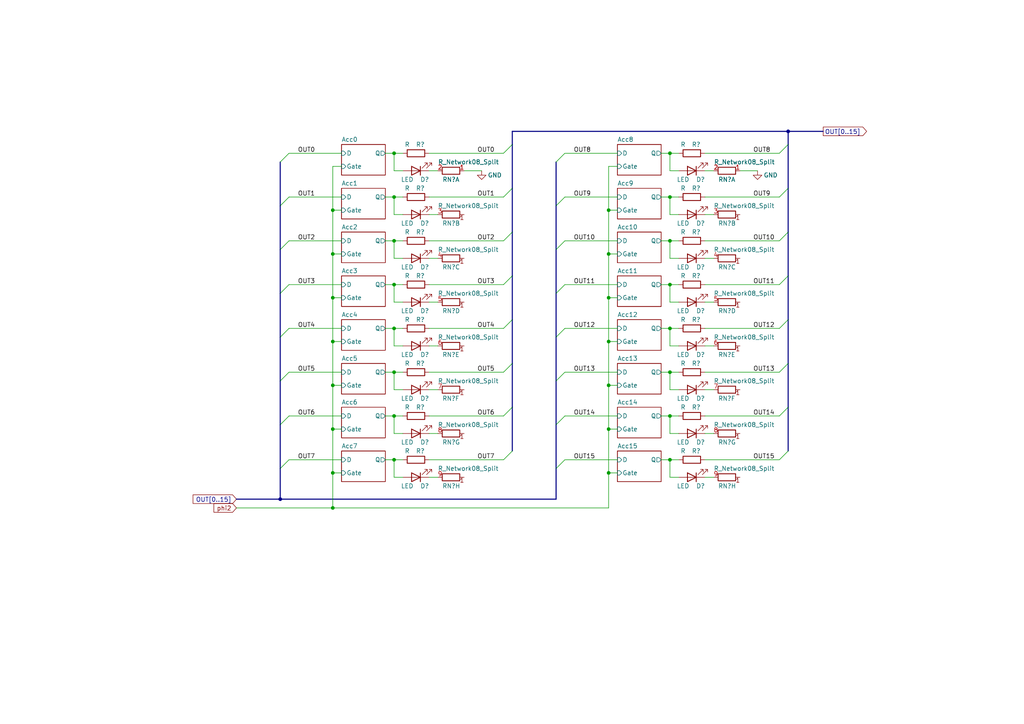
<source format=kicad_sch>
(kicad_sch (version 20211123) (generator eeschema)
  (paper "A4")
  (lib_symbols
    (symbol "Device:LED" (pin_numbers hide) (pin_names (offset 1.016) hide)
      (property "Reference" "D" (at 0 2.54 0))
      (property "Value" "LED" (at 0 -2.54 0))
      (symbol "LED_0_1"
        (polyline (pts (xy -1.27 -1.27) (xy -1.27 1.27)) (stroke (width 0.254)))
        (polyline (pts (xy -1.27 0) (xy 1.27 0)))
        (polyline (pts (xy 1.27 -1.27) (xy 1.27 1.27) (xy -1.27 0) (xy 1.27 -1.27)) (stroke (width 0.254)))
        (polyline (pts (xy -3.048 -0.762) (xy -4.572 -2.286) (xy -3.81 -2.286) (xy -4.572 -2.286) (xy -4.572 -1.524)))
        (polyline (pts (xy -1.778 -0.762) (xy -3.302 -2.286) (xy -2.54 -2.286) (xy -3.302 -2.286) (xy -3.302 -1.524)))
      )
      (symbol "LED_1_1"
        (pin passive line (at -3.81 0 0) (length 2.54) (name "K") (number "1"))
        (pin passive line (at 3.81 0 180) (length 2.54) (name "A") (number "2"))
      )
    )
    (symbol "Device:R" (pin_numbers hide) (pin_names (offset 0))
      (property "Reference" "R" (at 2.032 0 90))
      (property "Value" "R" (at 0 0 90))
      (symbol "R_0_1"
        (rectangle (start -1.016 -2.54) (end 1.016 2.54) (stroke (width 0.254)))
      )
      (symbol "R_1_1"
        (pin passive line (at 0 3.81 270) (length 1.27) (name "~") (number "1"))
        (pin passive line (at 0 -3.81 90) (length 1.27) (name "~") (number "2"))
      )
    )
    (symbol "Device:R_Network08_Split" (pin_names (offset 0) hide)
      (property "Reference" "RN" (at 2.032 0 90))
      (property "Value" "R_Network08_Split" (at 0 0 90))
      (symbol "R_Network08_Split_0_1"
        (rectangle (start 1.016 2.54) (end -1.016 -2.54) (stroke (width 0.254)))
      )
      (symbol "R_Network08_Split_1_1"
        (pin passive line (at 0 3.81 270) (length 1.27) (name "R1.1") (number "1"))
        (pin passive line (at 0 -3.81 90) (length 1.27) (name "R1.2") (number "2"))
      )
      (symbol "R_Network08_Split_2_1"
        (polyline (pts (xy 0 2.54) (xy 0 3.81)))
        (text "1" (at 0.889 3.175 900) (effects (font (size 1.27 1.27))))
        (pin passive line (at 0 -3.81 90) (length 1.27) (name "R2.2") (number "3"))
      )
      (symbol "R_Network08_Split_3_1"
        (polyline (pts (xy 0 2.54) (xy 0 3.81)))
        (text "1" (at 0.889 3.175 900) (effects (font (size 1.27 1.27))))
        (pin passive line (at 0 -3.81 90) (length 1.27) (name "R3.2") (number "4"))
      )
      (symbol "R_Network08_Split_4_1"
        (polyline (pts (xy 0 2.54) (xy 0 3.81)))
        (text "1" (at 0.889 3.175 900) (effects (font (size 1.27 1.27))))
        (pin passive line (at 0 -3.81 90) (length 1.27) (name "R4.2") (number "5"))
      )
      (symbol "R_Network08_Split_5_1"
        (polyline (pts (xy 0 2.54) (xy 0 3.81)))
        (text "1" (at 0.889 3.175 900) (effects (font (size 1.27 1.27))))
        (pin passive line (at 0 -3.81 90) (length 1.27) (name "R5.2") (number "6"))
      )
      (symbol "R_Network08_Split_6_1"
        (polyline (pts (xy 0 2.54) (xy 0 3.81)))
        (text "1" (at 0.889 3.175 900) (effects (font (size 1.27 1.27))))
        (pin passive line (at 0 -3.81 90) (length 1.27) (name "R6.2") (number "7"))
      )
      (symbol "R_Network08_Split_7_1"
        (polyline (pts (xy 0 2.54) (xy 0 3.81)))
        (text "1" (at 0.889 3.175 900) (effects (font (size 1.27 1.27))))
        (pin passive line (at 0 -3.81 90) (length 1.27) (name "R7.2") (number "8"))
      )
      (symbol "R_Network08_Split_8_1"
        (polyline (pts (xy 0 2.54) (xy 0 3.81)))
        (text "1" (at 0.889 3.175 900) (effects (font (size 1.27 1.27))))
        (pin passive line (at 0 -3.81 90) (length 1.27) (name "R8.2") (number "9"))
      )
    )
    (symbol "power:GND" (power) (pin_names (offset 0))
      (property "Value" "GND" (at 0 -3.81 0))
      (symbol "GND_0_1"
        (polyline (pts (xy 0 0) (xy 0 -1.27) (xy 1.27 -1.27) (xy 0 -2.54) (xy -1.27 -1.27) (xy 0 -1.27)))
      )
      (symbol "GND_1_1"
        (pin power_in line (at 0 0 270) (length 0) hide (name "GND") (number "1"))
      )
    )
  )
  (junction (at 194.31 44.45))
  (junction (at 176.53 124.46))
  (junction (at 96.52 99.06))
  (junction (at 176.53 73.66))
  (junction (at 114.3 44.45))
  (junction (at 114.3 107.95))
  (junction (at 194.31 69.85))
  (junction (at 194.31 120.65))
  (junction (at 194.31 95.25))
  (junction (at 114.3 95.25))
  (junction (at 176.53 60.96))
  (junction (at 96.52 86.36))
  (junction (at 114.3 133.35))
  (junction (at 81.28 144.78))
  (junction (at 194.31 133.35))
  (junction (at 96.52 147.32))
  (junction (at 114.3 69.85))
  (junction (at 194.31 107.95))
  (junction (at 96.52 73.66))
  (junction (at 176.53 99.06))
  (junction (at 96.52 111.76))
  (junction (at 96.52 137.16))
  (junction (at 228.6 38.1))
  (junction (at 176.53 111.76))
  (junction (at 176.53 137.16))
  (junction (at 194.31 57.15))
  (junction (at 194.31 82.55))
  (junction (at 176.53 86.36))
  (junction (at 114.3 120.65))
  (junction (at 96.52 60.96))
  (junction (at 114.3 82.55))
  (junction (at 96.52 124.46))
  (junction (at 114.3 57.15))
  (bus_entry (at 146.05 107.95) (size 2.54 -2.54))
  (bus_entry (at 161.29 110.49) (size 2.54 -2.54))
  (bus_entry (at 161.29 72.39) (size 2.54 -2.54))
  (bus_entry (at 226.06 69.85) (size 2.54 -2.54))
  (bus_entry (at 81.28 46.99) (size 2.54 -2.54))
  (bus_entry (at 226.06 133.35) (size 2.54 -2.54))
  (bus_entry (at 226.06 95.25) (size 2.54 -2.54))
  (bus_entry (at 226.06 44.45) (size 2.54 -2.54))
  (bus_entry (at 81.28 72.39) (size 2.54 -2.54))
  (bus_entry (at 146.05 95.25) (size 2.54 -2.54))
  (bus_entry (at 161.29 46.99) (size 2.54 -2.54))
  (bus_entry (at 146.05 44.45) (size 2.54 -2.54))
  (bus_entry (at 161.29 85.09) (size 2.54 -2.54))
  (bus_entry (at 81.28 110.49) (size 2.54 -2.54))
  (bus_entry (at 81.28 97.79) (size 2.54 -2.54))
  (bus_entry (at 161.29 135.89) (size 2.54 -2.54))
  (bus_entry (at 146.05 120.65) (size 2.54 -2.54))
  (bus_entry (at 81.28 135.89) (size 2.54 -2.54))
  (bus_entry (at 226.06 82.55) (size 2.54 -2.54))
  (bus_entry (at 226.06 57.15) (size 2.54 -2.54))
  (bus_entry (at 161.29 97.79) (size 2.54 -2.54))
  (bus_entry (at 146.05 69.85) (size 2.54 -2.54))
  (bus_entry (at 161.29 123.19) (size 2.54 -2.54))
  (bus_entry (at 146.05 82.55) (size 2.54 -2.54))
  (bus_entry (at 81.28 59.69) (size 2.54 -2.54))
  (bus_entry (at 161.29 59.69) (size 2.54 -2.54))
  (bus_entry (at 146.05 57.15) (size 2.54 -2.54))
  (bus_entry (at 146.05 133.35) (size 2.54 -2.54))
  (bus_entry (at 226.06 120.65) (size 2.54 -2.54))
  (bus_entry (at 81.28 85.09) (size 2.54 -2.54))
  (bus_entry (at 81.28 123.19) (size 2.54 -2.54))
  (bus_entry (at 226.06 107.95) (size 2.54 -2.54))
  (bus (pts (xy 81.28 85.09) (xy 81.28 97.79)))
  (wire (pts (xy 83.82 44.45) (xy 99.06 44.45)))
  (wire (pts (xy 191.77 82.55) (xy 194.31 82.55)))
  (wire (pts (xy 111.76 133.35) (xy 114.3 133.35)))
  (wire (pts (xy 114.3 138.43) (xy 116.84 138.43)))
  (wire (pts (xy 194.31 69.85) (xy 196.85 69.85)))
  (wire (pts (xy 207.01 125.73) (xy 204.47 125.73)))
  (wire (pts (xy 127 100.33) (xy 124.46 100.33)))
  (wire (pts (xy 194.31 107.95) (xy 194.31 113.03)))
  (wire (pts (xy 114.3 120.65) (xy 114.3 125.73)))
  (wire (pts (xy 194.31 82.55) (xy 196.85 82.55)))
  (wire (pts (xy 204.47 82.55) (xy 226.06 82.55)))
  (wire (pts (xy 139.7 49.53) (xy 134.62 49.53)))
  (wire (pts (xy 194.31 138.43) (xy 196.85 138.43)))
  (wire (pts (xy 176.53 99.06) (xy 176.53 111.76)))
  (wire (pts (xy 194.31 107.95) (xy 196.85 107.95)))
  (bus (pts (xy 148.59 118.11) (xy 148.59 105.41)))
  (wire (pts (xy 111.76 57.15) (xy 114.3 57.15)))
  (wire (pts (xy 114.3 57.15) (xy 114.3 62.23)))
  (wire (pts (xy 176.53 137.16) (xy 176.53 147.32)))
  (wire (pts (xy 194.31 44.45) (xy 196.85 44.45)))
  (wire (pts (xy 207.01 49.53) (xy 204.47 49.53)))
  (wire (pts (xy 124.46 133.35) (xy 146.05 133.35)))
  (wire (pts (xy 96.52 137.16) (xy 99.06 137.16)))
  (wire (pts (xy 191.77 44.45) (xy 194.31 44.45)))
  (wire (pts (xy 191.77 57.15) (xy 194.31 57.15)))
  (wire (pts (xy 176.53 99.06) (xy 179.07 99.06)))
  (wire (pts (xy 114.3 125.73) (xy 116.84 125.73)))
  (wire (pts (xy 124.46 120.65) (xy 146.05 120.65)))
  (wire (pts (xy 114.3 44.45) (xy 114.3 49.53)))
  (wire (pts (xy 124.46 82.55) (xy 146.05 82.55)))
  (wire (pts (xy 163.83 57.15) (xy 179.07 57.15)))
  (wire (pts (xy 207.01 113.03) (xy 204.47 113.03)))
  (bus (pts (xy 228.6 105.41) (xy 228.6 118.11)))
  (bus (pts (xy 148.59 41.91) (xy 148.59 38.1)))
  (bus (pts (xy 81.28 97.79) (xy 81.28 110.49)))
  (bus (pts (xy 148.59 130.81) (xy 148.59 118.11)))
  (wire (pts (xy 207.01 74.93) (xy 204.47 74.93)))
  (wire (pts (xy 194.31 133.35) (xy 194.31 138.43)))
  (wire (pts (xy 194.31 57.15) (xy 196.85 57.15)))
  (wire (pts (xy 163.83 44.45) (xy 179.07 44.45)))
  (wire (pts (xy 114.3 49.53) (xy 116.84 49.53)))
  (bus (pts (xy 81.28 110.49) (xy 81.28 123.19)))
  (bus (pts (xy 228.6 67.31) (xy 228.6 80.01)))
  (bus (pts (xy 68.58 144.78) (xy 81.28 144.78)))
  (bus (pts (xy 81.28 135.89) (xy 81.28 144.78)))
  (wire (pts (xy 96.52 111.76) (xy 96.52 124.46)))
  (wire (pts (xy 96.52 73.66) (xy 96.52 86.36)))
  (wire (pts (xy 124.46 57.15) (xy 146.05 57.15)))
  (wire (pts (xy 96.52 86.36) (xy 96.52 99.06)))
  (wire (pts (xy 204.47 107.95) (xy 226.06 107.95)))
  (wire (pts (xy 204.47 69.85) (xy 226.06 69.85)))
  (wire (pts (xy 111.76 44.45) (xy 114.3 44.45)))
  (bus (pts (xy 81.28 59.69) (xy 81.28 72.39)))
  (wire (pts (xy 194.31 120.65) (xy 194.31 125.73)))
  (wire (pts (xy 194.31 82.55) (xy 194.31 87.63)))
  (bus (pts (xy 161.29 97.79) (xy 161.29 110.49)))
  (bus (pts (xy 228.6 54.61) (xy 228.6 67.31)))
  (wire (pts (xy 194.31 120.65) (xy 196.85 120.65)))
  (wire (pts (xy 127 49.53) (xy 124.46 49.53)))
  (wire (pts (xy 96.52 60.96) (xy 96.52 73.66)))
  (wire (pts (xy 124.46 69.85) (xy 146.05 69.85)))
  (wire (pts (xy 191.77 107.95) (xy 194.31 107.95)))
  (wire (pts (xy 194.31 100.33) (xy 196.85 100.33)))
  (wire (pts (xy 114.3 57.15) (xy 116.84 57.15)))
  (wire (pts (xy 207.01 138.43) (xy 204.47 138.43)))
  (wire (pts (xy 96.52 147.32) (xy 96.52 137.16)))
  (bus (pts (xy 81.28 72.39) (xy 81.28 85.09)))
  (wire (pts (xy 114.3 87.63) (xy 116.84 87.63)))
  (wire (pts (xy 111.76 69.85) (xy 114.3 69.85)))
  (wire (pts (xy 124.46 44.45) (xy 146.05 44.45)))
  (wire (pts (xy 96.52 99.06) (xy 99.06 99.06)))
  (wire (pts (xy 111.76 82.55) (xy 114.3 82.55)))
  (bus (pts (xy 228.6 38.1) (xy 238.76 38.1)))
  (wire (pts (xy 179.07 48.26) (xy 176.53 48.26)))
  (wire (pts (xy 207.01 62.23) (xy 204.47 62.23)))
  (bus (pts (xy 148.59 92.71) (xy 148.59 80.01)))
  (wire (pts (xy 114.3 113.03) (xy 116.84 113.03)))
  (wire (pts (xy 114.3 107.95) (xy 114.3 113.03)))
  (wire (pts (xy 114.3 69.85) (xy 116.84 69.85)))
  (wire (pts (xy 114.3 120.65) (xy 116.84 120.65)))
  (wire (pts (xy 204.47 120.65) (xy 226.06 120.65)))
  (wire (pts (xy 176.53 73.66) (xy 176.53 86.36)))
  (wire (pts (xy 83.82 120.65) (xy 99.06 120.65)))
  (wire (pts (xy 163.83 69.85) (xy 179.07 69.85)))
  (wire (pts (xy 96.52 60.96) (xy 99.06 60.96)))
  (wire (pts (xy 194.31 69.85) (xy 194.31 74.93)))
  (wire (pts (xy 96.52 124.46) (xy 96.52 137.16)))
  (wire (pts (xy 176.53 73.66) (xy 179.07 73.66)))
  (bus (pts (xy 228.6 92.71) (xy 228.6 105.41)))
  (wire (pts (xy 163.83 133.35) (xy 179.07 133.35)))
  (wire (pts (xy 176.53 111.76) (xy 179.07 111.76)))
  (wire (pts (xy 204.47 57.15) (xy 226.06 57.15)))
  (wire (pts (xy 111.76 107.95) (xy 114.3 107.95)))
  (bus (pts (xy 148.59 54.61) (xy 148.59 41.91)))
  (bus (pts (xy 228.6 80.01) (xy 228.6 92.71)))
  (wire (pts (xy 68.58 147.32) (xy 96.52 147.32)))
  (wire (pts (xy 127 125.73) (xy 124.46 125.73)))
  (wire (pts (xy 96.52 111.76) (xy 99.06 111.76)))
  (bus (pts (xy 228.6 41.91) (xy 228.6 54.61)))
  (wire (pts (xy 127 62.23) (xy 124.46 62.23)))
  (bus (pts (xy 228.6 38.1) (xy 228.6 41.91)))
  (wire (pts (xy 114.3 95.25) (xy 116.84 95.25)))
  (wire (pts (xy 194.31 133.35) (xy 196.85 133.35)))
  (wire (pts (xy 194.31 74.93) (xy 196.85 74.93)))
  (wire (pts (xy 194.31 44.45) (xy 194.31 49.53)))
  (bus (pts (xy 148.59 105.41) (xy 148.59 92.71)))
  (wire (pts (xy 176.53 86.36) (xy 176.53 99.06)))
  (wire (pts (xy 99.06 48.26) (xy 96.52 48.26)))
  (wire (pts (xy 194.31 57.15) (xy 194.31 62.23)))
  (bus (pts (xy 161.29 72.39) (xy 161.29 85.09)))
  (wire (pts (xy 176.53 86.36) (xy 179.07 86.36)))
  (wire (pts (xy 83.82 95.25) (xy 99.06 95.25)))
  (wire (pts (xy 194.31 95.25) (xy 194.31 100.33)))
  (wire (pts (xy 163.83 120.65) (xy 179.07 120.65)))
  (wire (pts (xy 191.77 69.85) (xy 194.31 69.85)))
  (bus (pts (xy 148.59 67.31) (xy 148.59 54.61)))
  (wire (pts (xy 114.3 95.25) (xy 114.3 100.33)))
  (bus (pts (xy 81.28 123.19) (xy 81.28 135.89)))
  (wire (pts (xy 194.31 95.25) (xy 196.85 95.25)))
  (wire (pts (xy 194.31 113.03) (xy 196.85 113.03)))
  (wire (pts (xy 83.82 133.35) (xy 99.06 133.35)))
  (wire (pts (xy 124.46 107.95) (xy 146.05 107.95)))
  (wire (pts (xy 111.76 95.25) (xy 114.3 95.25)))
  (bus (pts (xy 161.29 123.19) (xy 161.29 135.89)))
  (bus (pts (xy 228.6 118.11) (xy 228.6 130.81)))
  (wire (pts (xy 204.47 44.45) (xy 226.06 44.45)))
  (wire (pts (xy 194.31 62.23) (xy 196.85 62.23)))
  (wire (pts (xy 176.53 60.96) (xy 179.07 60.96)))
  (wire (pts (xy 163.83 82.55) (xy 179.07 82.55)))
  (wire (pts (xy 114.3 44.45) (xy 116.84 44.45)))
  (wire (pts (xy 207.01 87.63) (xy 204.47 87.63)))
  (wire (pts (xy 114.3 74.93) (xy 116.84 74.93)))
  (wire (pts (xy 83.82 82.55) (xy 99.06 82.55)))
  (wire (pts (xy 83.82 57.15) (xy 99.06 57.15)))
  (wire (pts (xy 96.52 73.66) (xy 99.06 73.66)))
  (wire (pts (xy 194.31 125.73) (xy 196.85 125.73)))
  (wire (pts (xy 194.31 49.53) (xy 196.85 49.53)))
  (wire (pts (xy 127 87.63) (xy 124.46 87.63)))
  (wire (pts (xy 163.83 107.95) (xy 179.07 107.95)))
  (wire (pts (xy 111.76 120.65) (xy 114.3 120.65)))
  (wire (pts (xy 83.82 107.95) (xy 99.06 107.95)))
  (bus (pts (xy 81.28 46.99) (xy 81.28 59.69)))
  (bus (pts (xy 161.29 46.99) (xy 161.29 59.69)))
  (bus (pts (xy 161.29 85.09) (xy 161.29 97.79)))
  (wire (pts (xy 114.3 100.33) (xy 116.84 100.33)))
  (wire (pts (xy 114.3 107.95) (xy 116.84 107.95)))
  (wire (pts (xy 114.3 82.55) (xy 116.84 82.55)))
  (wire (pts (xy 176.53 137.16) (xy 179.07 137.16)))
  (wire (pts (xy 96.52 48.26) (xy 96.52 60.96)))
  (wire (pts (xy 176.53 60.96) (xy 176.53 73.66)))
  (wire (pts (xy 191.77 133.35) (xy 194.31 133.35)))
  (bus (pts (xy 81.28 144.78) (xy 161.29 144.78)))
  (wire (pts (xy 176.53 48.26) (xy 176.53 60.96)))
  (wire (pts (xy 127 74.93) (xy 124.46 74.93)))
  (wire (pts (xy 204.47 133.35) (xy 226.06 133.35)))
  (bus (pts (xy 148.59 80.01) (xy 148.59 67.31)))
  (wire (pts (xy 204.47 95.25) (xy 226.06 95.25)))
  (wire (pts (xy 127 138.43) (xy 124.46 138.43)))
  (bus (pts (xy 161.29 110.49) (xy 161.29 123.19)))
  (wire (pts (xy 127 113.03) (xy 124.46 113.03)))
  (wire (pts (xy 96.52 124.46) (xy 99.06 124.46)))
  (wire (pts (xy 191.77 95.25) (xy 194.31 95.25)))
  (wire (pts (xy 191.77 120.65) (xy 194.31 120.65)))
  (bus (pts (xy 161.29 59.69) (xy 161.29 72.39)))
  (bus (pts (xy 161.29 135.89) (xy 161.29 144.78)))
  (wire (pts (xy 114.3 82.55) (xy 114.3 87.63)))
  (wire (pts (xy 176.53 147.32) (xy 96.52 147.32)))
  (wire (pts (xy 114.3 133.35) (xy 114.3 138.43)))
  (wire (pts (xy 96.52 86.36) (xy 99.06 86.36)))
  (wire (pts (xy 194.31 87.63) (xy 196.85 87.63)))
  (wire (pts (xy 176.53 124.46) (xy 176.53 137.16)))
  (wire (pts (xy 219.71 49.53) (xy 214.63 49.53)))
  (wire (pts (xy 83.82 69.85) (xy 99.06 69.85)))
  (wire (pts (xy 124.46 95.25) (xy 146.05 95.25)))
  (wire (pts (xy 163.83 95.25) (xy 179.07 95.25)))
  (wire (pts (xy 114.3 62.23) (xy 116.84 62.23)))
  (wire (pts (xy 207.01 100.33) (xy 204.47 100.33)))
  (wire (pts (xy 114.3 133.35) (xy 116.84 133.35)))
  (wire (pts (xy 114.3 69.85) (xy 114.3 74.93)))
  (bus (pts (xy 148.59 38.1) (xy 228.6 38.1)))
  (wire (pts (xy 176.53 124.46) (xy 179.07 124.46)))
  (wire (pts (xy 176.53 111.76) (xy 176.53 124.46)))
  (wire (pts (xy 96.52 99.06) (xy 96.52 111.76)))
  (label "OUT10" (at 166.37 69.85 0))
  (label "OUT9" (at 218.44 57.15 0))
  (label "OUT12" (at 218.44 95.25 0))
  (label "OUT14" (at 166.37 120.65 0))
  (label "OUT3" (at 86.36 82.55 0))
  (label "OUT7" (at 138.43 133.35 0))
  (label "OUT13" (at 218.44 107.95 0))
  (label "OUT4" (at 86.36 95.25 0))
  (label "OUT6" (at 138.43 120.65 0))
  (label "OUT3" (at 138.43 82.55 0))
  (label "OUT1" (at 86.36 57.15 0))
  (label "OUT5" (at 86.36 107.95 0))
  (label "OUT11" (at 218.44 82.55 0))
  (label "OUT8" (at 218.44 44.45 0))
  (label "OUT11" (at 166.37 82.55 0))
  (label "OUT15" (at 166.37 133.35 0))
  (label "OUT6" (at 86.36 120.65 0))
  (label "OUT2" (at 86.36 69.85 0))
  (label "OUT10" (at 218.44 69.85 0))
  (label "OUT9" (at 166.37 57.15 0))
  (label "OUT15" (at 218.44 133.35 0))
  (label "OUT12" (at 166.37 95.25 0))
  (label "OUT14" (at 218.44 120.65 0))
  (label "OUT0" (at 86.36 44.45 0))
  (label "OUT13" (at 166.37 107.95 0))
  (label "OUT5" (at 138.43 107.95 0))
  (label "OUT0" (at 138.43 44.45 0))
  (label "OUT8" (at 166.37 44.45 0))
  (label "OUT7" (at 86.36 133.35 0))
  (label "OUT1" (at 138.43 57.15 0))
  (label "OUT4" (at 138.43 95.25 0))
  (label "OUT2" (at 138.43 69.85 0))
  (global_label "OUT[0..15]" (shape input) (at 68.58 144.78 180) (property "Intersheet References" "${INTERSHEET_REFS}" (effects hide)))
  (global_label "phi2" (shape input) (at 68.58 147.32 180) (property "Intersheet References" "${INTERSHEET_REFS}" (effects hide)))
  (global_label "OUT[0..15]" (shape output) (at 238.76 38.1 0) (property "Intersheet References" "${INTERSHEET_REFS}" (effects hide)))
  (symbol (lib_id "Device:LED") (at 120.65 74.93 180) (unit 1)
    (property "Reference" "D?" (at 123.19 77.47 0))
    (property "Value" "LED" (at 118.11 77.47 0))
  )
  (symbol (lib_id "Device:R") (at 200.66 95.25 90) (unit 1)
    (property "Reference" "R?" (at 201.93 92.71 90))
    (property "Value" "R" (at 198.12 92.71 90))
  )
  (symbol (lib_id "Device:R_Network08_Split") (at 130.81 125.73 270) (unit 7)
    (property "Reference" "RN?" (at 128.27 128.27 90) (effects (justify left)))
    (property "Value" "R_Network08_Split" (at 127 123.19 90) (effects (justify left)))
    (property "Footprint" "Resistor_THT:R_Array_SIP9" (effects hide))
    (property "Datasheet" "http://www.vishay.com/docs/31509/csc.pdf" (effects hide))
  )
  (symbol (lib_id "Device:LED") (at 120.65 62.23 180) (unit 1)
    (property "Reference" "D?" (at 123.19 64.77 0))
    (property "Value" "LED" (at 118.11 64.77 0))
  )
  (symbol (lib_id "Device:LED") (at 200.66 74.93 180) (unit 1)
    (property "Reference" "D?" (at 203.2 77.47 0))
    (property "Value" "LED" (at 198.12 77.47 0))
  )
  (symbol (lib_id "Device:R") (at 120.65 133.35 90) (unit 1)
    (property "Reference" "R?" (at 121.92 130.81 90))
    (property "Value" "R" (at 118.11 130.81 90))
  )
  (symbol (lib_id "Device:R_Network08_Split") (at 130.81 49.53 270) (unit 1)
    (property "Reference" "RN?" (at 130.81 52.07 90))
    (property "Value" "R_Network08_Split" (at 135.89 46.99 90))
    (property "Footprint" "Resistor_THT:R_Array_SIP9" (effects hide))
    (property "Datasheet" "http://www.vishay.com/docs/31509/csc.pdf" (effects hide))
  )
  (symbol (lib_id "Device:R") (at 120.65 82.55 90) (unit 1)
    (property "Reference" "R?" (at 121.92 80.01 90))
    (property "Value" "R" (at 118.11 80.01 90))
  )
  (symbol (lib_id "Device:R_Network08_Split") (at 210.82 49.53 270) (unit 1)
    (property "Reference" "RN?" (at 210.82 52.07 90))
    (property "Value" "R_Network08_Split" (at 215.9 46.99 90))
    (property "Footprint" "Resistor_THT:R_Array_SIP9" (effects hide))
    (property "Datasheet" "http://www.vishay.com/docs/31509/csc.pdf" (effects hide))
  )
  (symbol (lib_id "Device:LED") (at 200.66 87.63 180) (unit 1)
    (property "Reference" "D?" (at 203.2 90.17 0))
    (property "Value" "LED" (at 198.12 90.17 0))
  )
  (symbol (lib_id "power:GND") (at 139.7 49.53 0) (unit 1)
    (property "Reference" "#PWR?" (effects hide))
    (property "Value" "GND" (at 143.51 50.8 0))
  )
  (symbol (lib_id "Device:R") (at 120.65 57.15 90) (unit 1)
    (property "Reference" "R?" (at 121.92 54.61 90))
    (property "Value" "R" (at 118.11 54.61 90))
  )
  (symbol (lib_id "Device:LED") (at 200.66 62.23 180) (unit 1)
    (property "Reference" "D?" (at 203.2 64.77 0))
    (property "Value" "LED" (at 198.12 64.77 0))
  )
  (symbol (lib_id "Device:R") (at 120.65 69.85 90) (unit 1)
    (property "Reference" "R?" (at 121.92 67.31 90))
    (property "Value" "R" (at 118.11 67.31 90))
  )
  (symbol (lib_id "Device:R") (at 120.65 44.45 90) (unit 1)
    (property "Reference" "R?" (at 121.92 41.91 90))
    (property "Value" "R" (at 118.11 41.91 90))
  )
  (symbol (lib_id "Device:LED") (at 120.65 100.33 180) (unit 1)
    (property "Reference" "D?" (at 123.19 102.87 0))
    (property "Value" "LED" (at 118.11 102.87 0))
  )
  (symbol (lib_id "Device:LED") (at 120.65 49.53 180) (unit 1)
    (property "Reference" "D?" (at 123.19 52.07 0))
    (property "Value" "LED" (at 118.11 52.07 0))
  )
  (symbol (lib_id "Device:R") (at 200.66 82.55 90) (unit 1)
    (property "Reference" "R?" (at 201.93 80.01 90))
    (property "Value" "R" (at 198.12 80.01 90))
  )
  (symbol (lib_id "Device:R_Network08_Split") (at 210.82 62.23 270) (unit 2)
    (property "Reference" "RN?" (at 208.28 64.77 90) (effects (justify left)))
    (property "Value" "R_Network08_Split" (at 207.01 59.69 90) (effects (justify left)))
    (property "Footprint" "Resistor_THT:R_Array_SIP9" (effects hide))
    (property "Datasheet" "http://www.vishay.com/docs/31509/csc.pdf" (effects hide))
  )
  (symbol (lib_id "Device:LED") (at 120.65 113.03 180) (unit 1)
    (property "Reference" "D?" (at 123.19 115.57 0))
    (property "Value" "LED" (at 118.11 115.57 0))
  )
  (symbol (lib_id "Device:R") (at 200.66 120.65 90) (unit 1)
    (property "Reference" "R?" (at 201.93 118.11 90))
    (property "Value" "R" (at 198.12 118.11 90))
  )
  (symbol (lib_id "Device:R_Network08_Split") (at 130.81 138.43 270) (unit 8)
    (property "Reference" "RN?" (at 128.27 140.97 90) (effects (justify left)))
    (property "Value" "R_Network08_Split" (at 127 135.89 90) (effects (justify left)))
    (property "Footprint" "Resistor_THT:R_Array_SIP9" (effects hide))
    (property "Datasheet" "http://www.vishay.com/docs/31509/csc.pdf" (effects hide))
  )
  (symbol (lib_id "Device:R_Network08_Split") (at 210.82 87.63 270) (unit 4)
    (property "Reference" "RN?" (at 208.28 90.17 90) (effects (justify left)))
    (property "Value" "R_Network08_Split" (at 207.01 85.09 90) (effects (justify left)))
    (property "Footprint" "Resistor_THT:R_Array_SIP9" (effects hide))
    (property "Datasheet" "http://www.vishay.com/docs/31509/csc.pdf" (effects hide))
  )
  (symbol (lib_id "Device:R_Network08_Split") (at 130.81 100.33 270) (unit 5)
    (property "Reference" "RN?" (at 128.27 102.87 90) (effects (justify left)))
    (property "Value" "R_Network08_Split" (at 127 97.79 90) (effects (justify left)))
    (property "Footprint" "Resistor_THT:R_Array_SIP9" (effects hide))
    (property "Datasheet" "http://www.vishay.com/docs/31509/csc.pdf" (effects hide))
  )
  (symbol (lib_id "Device:LED") (at 200.66 100.33 180) (unit 1)
    (property "Reference" "D?" (at 203.2 102.87 0))
    (property "Value" "LED" (at 198.12 102.87 0))
  )
  (symbol (lib_id "Device:R") (at 200.66 107.95 90) (unit 1)
    (property "Reference" "R?" (at 201.93 105.41 90))
    (property "Value" "R" (at 198.12 105.41 90))
  )
  (symbol (lib_id "Device:R_Network08_Split") (at 130.81 87.63 270) (unit 4)
    (property "Reference" "RN?" (at 128.27 90.17 90) (effects (justify left)))
    (property "Value" "R_Network08_Split" (at 127 85.09 90) (effects (justify left)))
    (property "Footprint" "Resistor_THT:R_Array_SIP9" (effects hide))
    (property "Datasheet" "http://www.vishay.com/docs/31509/csc.pdf" (effects hide))
  )
  (symbol (lib_id "Device:R") (at 200.66 57.15 90) (unit 1)
    (property "Reference" "R?" (at 201.93 54.61 90))
    (property "Value" "R" (at 198.12 54.61 90))
  )
  (symbol (lib_id "Device:LED") (at 120.65 125.73 180) (unit 1)
    (property "Reference" "D?" (at 123.19 128.27 0))
    (property "Value" "LED" (at 118.11 128.27 0))
  )
  (symbol (lib_id "Device:LED") (at 120.65 87.63 180) (unit 1)
    (property "Reference" "D?" (at 123.19 90.17 0))
    (property "Value" "LED" (at 118.11 90.17 0))
  )
  (symbol (lib_id "Device:R_Network08_Split") (at 210.82 138.43 270) (unit 8)
    (property "Reference" "RN?" (at 208.28 140.97 90) (effects (justify left)))
    (property "Value" "R_Network08_Split" (at 207.01 135.89 90) (effects (justify left)))
    (property "Footprint" "Resistor_THT:R_Array_SIP9" (effects hide))
    (property "Datasheet" "http://www.vishay.com/docs/31509/csc.pdf" (effects hide))
  )
  (symbol (lib_id "Device:LED") (at 200.66 125.73 180) (unit 1)
    (property "Reference" "D?" (at 203.2 128.27 0))
    (property "Value" "LED" (at 198.12 128.27 0))
  )
  (symbol (lib_id "Device:LED") (at 200.66 113.03 180) (unit 1)
    (property "Reference" "D?" (at 203.2 115.57 0))
    (property "Value" "LED" (at 198.12 115.57 0))
  )
  (symbol (lib_id "Device:R_Network08_Split") (at 130.81 113.03 270) (unit 6)
    (property "Reference" "RN?" (at 128.27 115.57 90) (effects (justify left)))
    (property "Value" "R_Network08_Split" (at 127 110.49 90) (effects (justify left)))
    (property "Footprint" "Resistor_THT:R_Array_SIP9" (effects hide))
    (property "Datasheet" "http://www.vishay.com/docs/31509/csc.pdf" (effects hide))
  )
  (symbol (lib_id "Device:LED") (at 200.66 138.43 180) (unit 1)
    (property "Reference" "D?" (at 203.2 140.97 0))
    (property "Value" "LED" (at 198.12 140.97 0))
  )
  (symbol (lib_id "Device:R_Network08_Split") (at 210.82 100.33 270) (unit 5)
    (property "Reference" "RN?" (at 208.28 102.87 90) (effects (justify left)))
    (property "Value" "R_Network08_Split" (at 207.01 97.79 90) (effects (justify left)))
    (property "Footprint" "Resistor_THT:R_Array_SIP9" (effects hide))
    (property "Datasheet" "http://www.vishay.com/docs/31509/csc.pdf" (effects hide))
  )
  (symbol (lib_id "power:GND") (at 219.71 49.53 0) (unit 1)
    (property "Reference" "#PWR?" (effects hide))
    (property "Value" "GND" (at 223.52 50.8 0))
  )
  (symbol (lib_id "Device:R") (at 200.66 133.35 90) (unit 1)
    (property "Reference" "R?" (at 201.93 130.81 90))
    (property "Value" "R" (at 198.12 130.81 90))
  )
  (symbol (lib_id "Device:R") (at 120.65 107.95 90) (unit 1)
    (property "Reference" "R?" (at 121.92 105.41 90))
    (property "Value" "R" (at 118.11 105.41 90))
  )
  (symbol (lib_id "Device:R_Network08_Split") (at 210.82 113.03 270) (unit 6)
    (property "Reference" "RN?" (at 208.28 115.57 90) (effects (justify left)))
    (property "Value" "R_Network08_Split" (at 207.01 110.49 90) (effects (justify left)))
    (property "Footprint" "Resistor_THT:R_Array_SIP9" (effects hide))
    (property "Datasheet" "http://www.vishay.com/docs/31509/csc.pdf" (effects hide))
  )
  (symbol (lib_id "Device:R_Network08_Split") (at 210.82 125.73 270) (unit 7)
    (property "Reference" "RN?" (at 208.28 128.27 90) (effects (justify left)))
    (property "Value" "R_Network08_Split" (at 207.01 123.19 90) (effects (justify left)))
    (property "Footprint" "Resistor_THT:R_Array_SIP9" (effects hide))
    (property "Datasheet" "http://www.vishay.com/docs/31509/csc.pdf" (effects hide))
  )
  (symbol (lib_id "Device:LED") (at 200.66 49.53 180) (unit 1)
    (property "Reference" "D?" (at 203.2 52.07 0))
    (property "Value" "LED" (at 198.12 52.07 0))
  )
  (symbol (lib_id "Device:LED") (at 120.65 138.43 180) (unit 1)
    (property "Reference" "D?" (at 123.19 140.97 0))
    (property "Value" "LED" (at 118.11 140.97 0))
  )
  (symbol (lib_id "Device:R") (at 120.65 120.65 90) (unit 1)
    (property "Reference" "R?" (at 121.92 118.11 90))
    (property "Value" "R" (at 118.11 118.11 90))
  )
  (symbol (lib_id "Device:R") (at 200.66 69.85 90) (unit 1)
    (property "Reference" "R?" (at 201.93 67.31 90))
    (property "Value" "R" (at 198.12 67.31 90))
  )
  (symbol (lib_id "Device:R_Network08_Split") (at 130.81 62.23 270) (unit 2)
    (property "Reference" "RN?" (at 128.27 64.77 90) (effects (justify left)))
    (property "Value" "R_Network08_Split" (at 127 59.69 90) (effects (justify left)))
    (property "Footprint" "Resistor_THT:R_Array_SIP9" (effects hide))
    (property "Datasheet" "http://www.vishay.com/docs/31509/csc.pdf" (effects hide))
  )
  (symbol (lib_id "Device:R") (at 200.66 44.45 90) (unit 1)
    (property "Reference" "R?" (at 201.93 41.91 90))
    (property "Value" "R" (at 198.12 41.91 90))
  )
  (symbol (lib_id "Device:R_Network08_Split") (at 130.81 74.93 270) (unit 3)
    (property "Reference" "RN?" (at 128.27 77.47 90) (effects (justify left)))
    (property "Value" "R_Network08_Split" (at 127 72.39 90) (effects (justify left)))
    (property "Footprint" "Resistor_THT:R_Array_SIP9" (effects hide))
    (property "Datasheet" "http://www.vishay.com/docs/31509/csc.pdf" (effects hide))
  )
  (symbol (lib_id "Device:R") (at 120.65 95.25 90) (unit 1)
    (property "Reference" "R?" (at 121.92 92.71 90))
    (property "Value" "R" (at 118.11 92.71 90))
  )
  (symbol (lib_id "Device:R_Network08_Split") (at 210.82 74.93 270) (unit 3)
    (property "Reference" "RN?" (at 208.28 77.47 90) (effects (justify left)))
    (property "Value" "R_Network08_Split" (at 207.01 72.39 90) (effects (justify left)))
    (property "Footprint" "Resistor_THT:R_Array_SIP9" (effects hide))
    (property "Datasheet" "http://www.vishay.com/docs/31509/csc.pdf" (effects hide))
  )
  (sheet (at 99.06 105.41) (size 12.7 8.89) (stroke (width 0.1524))
    (property "Sheet name" "Acc5" (at 99.06 104.6984 0) (effects (justify left bottom)))
    (property "Sheet file" "Reg.kicad_sch" (effects hide))
    (pin "Gate" input (at 99.06 111.76 180))
    (pin "Q" output (at 111.76 107.95 0))
    (pin "D" input (at 99.06 107.95 180))
  )
  (sheet (at 99.06 92.71) (size 12.7 8.89) (stroke (width 0.1524))
    (property "Sheet name" "Acc4" (at 99.06 91.9984 0) (effects (justify left bottom)))
    (property "Sheet file" "Reg.kicad_sch" (effects hide))
    (pin "Gate" input (at 99.06 99.06 180))
    (pin "Q" output (at 111.76 95.25 0))
    (pin "D" input (at 99.06 95.25 180))
  )
  (sheet (at 179.07 105.41) (size 12.7 8.89) (stroke (width 0.1524))
    (property "Sheet name" "Acc13" (at 179.07 104.6984 0) (effects (justify left bottom)))
    (property "Sheet file" "Reg.kicad_sch" (effects hide))
    (pin "Gate" input (at 179.07 111.76 180))
    (pin "Q" output (at 191.77 107.95 0))
    (pin "D" input (at 179.07 107.95 180))
  )
  (sheet (at 179.07 92.71) (size 12.7 8.89) (stroke (width 0.1524))
    (property "Sheet name" "Acc12" (at 179.07 91.9984 0) (effects (justify left bottom)))
    (property "Sheet file" "Reg.kicad_sch" (effects hide))
    (pin "Gate" input (at 179.07 99.06 180))
    (pin "Q" output (at 191.77 95.25 0))
    (pin "D" input (at 179.07 95.25 180))
  )
  (sheet (at 99.06 67.31) (size 12.7 8.89) (stroke (width 0.1524))
    (property "Sheet name" "Acc2" (at 99.06 66.5984 0) (effects (justify left bottom)))
    (property "Sheet file" "Reg.kicad_sch" (effects hide))
    (pin "Gate" input (at 99.06 73.66 180))
    (pin "Q" output (at 111.76 69.85 0))
    (pin "D" input (at 99.06 69.85 180))
  )
  (sheet (at 99.06 80.01) (size 12.7 8.89) (stroke (width 0.1524))
    (property "Sheet name" "Acc3" (at 99.06 79.2984 0) (effects (justify left bottom)))
    (property "Sheet file" "Reg.kicad_sch" (effects hide))
    (pin "Gate" input (at 99.06 86.36 180))
    (pin "Q" output (at 111.76 82.55 0))
    (pin "D" input (at 99.06 82.55 180))
  )
  (sheet (at 179.07 118.11) (size 12.7 8.89) (stroke (width 0.1524))
    (property "Sheet name" "Acc14" (at 179.07 117.3984 0) (effects (justify left bottom)))
    (property "Sheet file" "Reg.kicad_sch" (effects hide))
    (pin "Gate" input (at 179.07 124.46 180))
    (pin "Q" output (at 191.77 120.65 0))
    (pin "D" input (at 179.07 120.65 180))
  )
  (sheet (at 179.07 54.61) (size 12.7 8.89) (stroke (width 0.1524))
    (property "Sheet name" "Acc9" (at 179.07 53.8984 0) (effects (justify left bottom)))
    (property "Sheet file" "Reg.kicad_sch" (effects hide))
    (pin "Gate" input (at 179.07 60.96 180))
    (pin "Q" output (at 191.77 57.15 0))
    (pin "D" input (at 179.07 57.15 180))
  )
  (sheet (at 99.06 41.91) (size 12.7 8.89) (stroke (width 0.1524))
    (property "Sheet name" "Acc0" (at 99.06 41.1984 0) (effects (justify left bottom)))
    (property "Sheet file" "Reg.kicad_sch" (effects hide))
    (pin "Gate" input (at 99.06 48.26 180))
    (pin "Q" output (at 111.76 44.45 0))
    (pin "D" input (at 99.06 44.45 180))
  )
  (sheet (at 179.07 80.01) (size 12.7 8.89) (stroke (width 0.1524))
    (property "Sheet name" "Acc11" (at 179.07 79.2984 0) (effects (justify left bottom)))
    (property "Sheet file" "Reg.kicad_sch" (effects hide))
    (pin "Gate" input (at 179.07 86.36 180))
    (pin "Q" output (at 191.77 82.55 0))
    (pin "D" input (at 179.07 82.55 180))
  )
  (sheet (at 179.07 67.31) (size 12.7 8.89) (stroke (width 0.1524))
    (property "Sheet name" "Acc10" (at 179.07 66.5984 0) (effects (justify left bottom)))
    (property "Sheet file" "Reg.kicad_sch" (effects hide))
    (pin "Gate" input (at 179.07 73.66 180))
    (pin "Q" output (at 191.77 69.85 0))
    (pin "D" input (at 179.07 69.85 180))
  )
  (sheet (at 99.06 54.61) (size 12.7 8.89) (stroke (width 0.1524))
    (property "Sheet name" "Acc1" (at 99.06 53.8984 0) (effects (justify left bottom)))
    (property "Sheet file" "Reg.kicad_sch" (effects hide))
    (pin "Gate" input (at 99.06 60.96 180))
    (pin "Q" output (at 111.76 57.15 0))
    (pin "D" input (at 99.06 57.15 180))
  )
  (sheet (at 179.07 130.81) (size 12.7 8.89) (stroke (width 0.1524))
    (property "Sheet name" "Acc15" (at 179.07 130.0984 0) (effects (justify left bottom)))
    (property "Sheet file" "Reg.kicad_sch" (effects hide))
    (pin "Gate" input (at 179.07 137.16 180))
    (pin "Q" output (at 191.77 133.35 0))
    (pin "D" input (at 179.07 133.35 180))
  )
  (sheet (at 99.06 130.81) (size 12.7 8.89) (stroke (width 0.1524))
    (property "Sheet name" "Acc7" (at 99.06 130.0984 0) (effects (justify left bottom)))
    (property "Sheet file" "Reg.kicad_sch" (effects hide))
    (pin "Gate" input (at 99.06 137.16 180))
    (pin "Q" output (at 111.76 133.35 0))
    (pin "D" input (at 99.06 133.35 180))
  )
  (sheet (at 179.07 41.91) (size 12.7 8.89) (stroke (width 0.1524))
    (property "Sheet name" "Acc8" (at 179.07 41.1984 0) (effects (justify left bottom)))
    (property "Sheet file" "Reg.kicad_sch" (effects hide))
    (pin "Gate" input (at 179.07 48.26 180))
    (pin "Q" output (at 191.77 44.45 0))
    (pin "D" input (at 179.07 44.45 180))
  )
  (sheet (at 99.06 118.11) (size 12.7 8.89) (stroke (width 0.1524))
    (property "Sheet name" "Acc6" (at 99.06 117.3984 0) (effects (justify left bottom)))
    (property "Sheet file" "Reg.kicad_sch" (effects hide))
    (pin "Gate" input (at 99.06 124.46 180))
    (pin "Q" output (at 111.76 120.65 0))
    (pin "D" input (at 99.06 120.65 180))
  )
)
</source>
